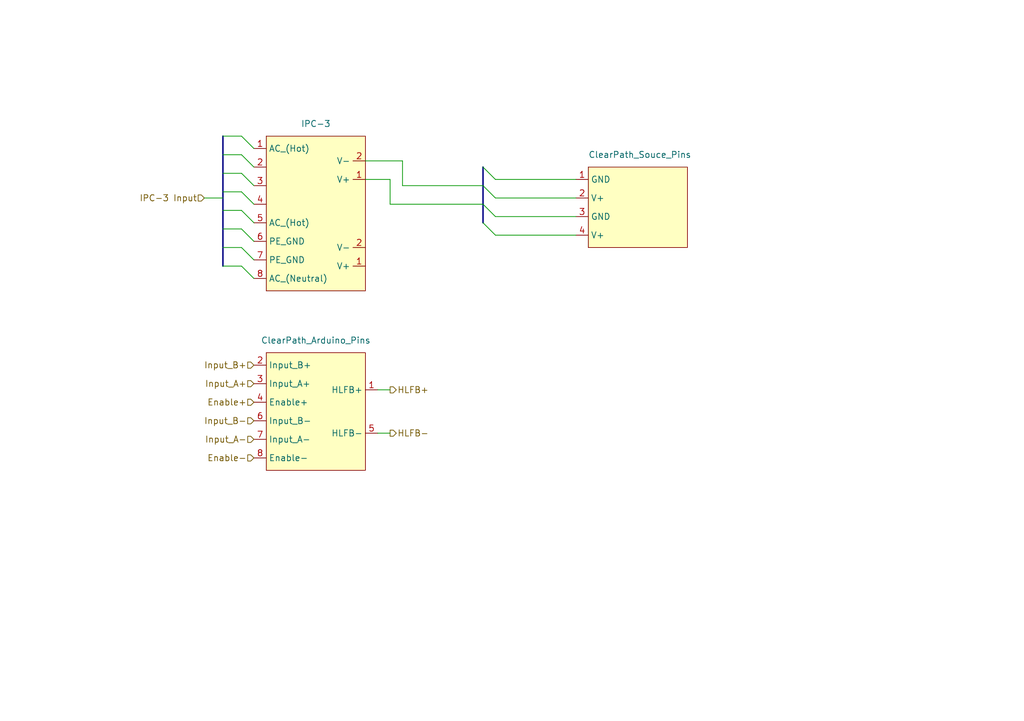
<source format=kicad_sch>
(kicad_sch (version 20211123) (generator eeschema)
  (paper "A5")
  (title_block (title "CLearPath stepper motor with IPC-3 supply.") (date "2022-12-19") (comment 1 "jumper for 190-250VAC power") (comment 2 "- Install the jumper between pins 2-3 on IPC-3 for 95-125VAC power. Remove the ") (comment 3 "- IPC-3 will output between 24-75VDC") (comment 4 "- Choose between pins 6 and 7 for protective earth ground on IPC-3"))
  (lib_symbols
    (symbol "symbolLibrary:ClearPath_Arduino_Pins"
      (property "Reference" "M" (at 3.81 -1.27 0))
      (property "Value" "ClearPath_Arduino_Pins" (at 3.81 2.54 0))
      (symbol "ClearPath_Arduino_Pins_0_1"
        (rectangle (start -6.35 -1.27) (end 13.97 -25.4) (fill (type background)))
      )
      (symbol "ClearPath_Arduino_Pins_1_1"
        (pin output line (at 16.51 -8.89 180) (length 2.54) (name "HLFB+") (number "1"))
        (pin input line (at -8.89 -3.81 0) (length 2.54) (name "Input_B+") (number "2"))
        (pin input line (at -8.89 -7.62 0) (length 2.54) (name "Input_A+") (number "3"))
        (pin input line (at -8.89 -11.43 0) (length 2.54) (name "Enable+") (number "4"))
        (pin output line (at 16.51 -17.78 180) (length 2.54) (name "HLFB-") (number "5"))
        (pin input line (at -8.89 -15.24 0) (length 2.54) (name "Input_B-") (number "6"))
        (pin input line (at -8.89 -19.05 0) (length 2.54) (name "Input_A-") (number "7"))
        (pin input line (at -8.89 -22.86 0) (length 2.54) (name "Enable-") (number "8"))
      )
    )
    (symbol "symbolLibrary:ClearPath_Souce_Pins"
      (property "Reference" "M" (at 0 -5.08 0))
      (property "Value" "ClearPath_Souce_Pins" (at 0 -1.27 0))
      (symbol "ClearPath_Souce_Pins_0_1"
        (rectangle (start -10.16 -5.08) (end 10.16 -21.59) (fill (type background)))
      )
      (symbol "ClearPath_Souce_Pins_1_1"
        (pin input line (at -12.7 -7.62 0) (length 2.54) (name "GND") (number "1"))
        (pin input line (at -12.7 -11.43 0) (length 2.54) (name "V+") (number "2"))
        (pin input line (at -12.7 -15.24 0) (length 2.54) (name "GND") (number "3"))
        (pin input line (at -12.7 -19.05 0) (length 2.54) (name "V+") (number "4"))
      )
    )
    (symbol "symbolLibrary:IPC-3"
      (property "Value" "IPC-3" (at 0 0 0))
      (symbol "IPC-3_0_1"
        (rectangle (start -7.62 -2.54) (end 12.7 -34.29) (fill (type background)))
      )
      (symbol "IPC-3_1_1"
        (pin input line (at -10.16 -5.08 0) (length 2.54) (name "AC_(Hot)") (number "1"))
        (pin output line (at 12.7 -29.21 180) (length 2.54) (name "V+") (number "1"))
        (pin output line (at 12.7 -11.43 180) (length 2.54) (name "V+") (number "1"))
        (pin input line (at -10.16 -8.89 0) (length 2.54) (name "") (number "2"))
        (pin output line (at 12.7 -25.4 180) (length 2.54) (name "V-") (number "2"))
        (pin output line (at 12.7 -7.62 180) (length 2.54) (name "V-") (number "2"))
        (pin input line (at -10.16 -12.7 0) (length 2.54) (name "") (number "3"))
        (pin input line (at -10.16 -16.51 0) (length 2.54) (name "") (number "4"))
        (pin input line (at -10.16 -20.32 0) (length 2.54) (name "AC_(Hot)") (number "5"))
        (pin input line (at -10.16 -24.13 0) (length 2.54) (name "PE_GND") (number "6"))
        (pin input line (at -10.16 -27.94 0) (length 2.54) (name "PE_GND") (number "7"))
        (pin input line (at -10.16 -31.75 0) (length 2.54) (name "AC_(Neutral)") (number "8"))
      )
    )
  )
  (bus_entry (at 49.53 54.61) (size 2.54 2.54))
  (bus_entry (at 99.06 45.72) (size 2.54 2.54))
  (bus_entry (at 49.53 39.37) (size 2.54 2.54))
  (bus_entry (at 49.53 35.56) (size 2.54 2.54))
  (bus_entry (at 99.06 41.91) (size 2.54 2.54))
  (bus_entry (at 49.53 31.75) (size 2.54 2.54))
  (bus_entry (at 49.53 27.94) (size 2.54 2.54))
  (bus_entry (at 99.06 38.1) (size 2.54 2.54))
  (bus_entry (at 99.06 34.29) (size 2.54 2.54))
  (bus_entry (at 49.53 43.18) (size 2.54 2.54))
  (bus_entry (at 49.53 50.8) (size 2.54 2.54))
  (bus_entry (at 49.53 46.99) (size 2.54 2.54))
  (wire (pts (xy 45.72 43.18) (xy 49.53 43.18)))
  (wire (pts (xy 45.72 50.8) (xy 49.53 50.8)))
  (wire (pts (xy 80.01 41.91) (xy 99.06 41.91)))
  (wire (pts (xy 101.6 44.45) (xy 118.11 44.45)))
  (wire (pts (xy 82.55 38.1) (xy 99.06 38.1)))
  (bus (pts (xy 99.06 38.1) (xy 99.06 41.91)))
  (wire (pts (xy 45.72 35.56) (xy 49.53 35.56)))
  (wire (pts (xy 77.47 88.9) (xy 80.01 88.9)))
  (wire (pts (xy 74.93 33.02) (xy 82.55 33.02)))
  (wire (pts (xy 45.72 39.37) (xy 49.53 39.37)))
  (wire (pts (xy 41.91 40.64) (xy 45.72 40.64)))
  (wire (pts (xy 45.72 31.75) (xy 49.53 31.75)))
  (wire (pts (xy 77.47 80.01) (xy 80.01 80.01)))
  (bus (pts (xy 45.72 27.94) (xy 45.72 54.61)))
  (wire (pts (xy 45.72 27.94) (xy 49.53 27.94)))
  (bus (pts (xy 99.06 41.91) (xy 99.06 45.72)))
  (wire (pts (xy 80.01 36.83) (xy 80.01 41.91)))
  (wire (pts (xy 74.93 36.83) (xy 80.01 36.83)))
  (wire (pts (xy 45.72 54.61) (xy 49.53 54.61)))
  (wire (pts (xy 45.72 46.99) (xy 49.53 46.99)))
  (bus (pts (xy 99.06 34.29) (xy 99.06 38.1)))
  (wire (pts (xy 101.6 40.64) (xy 118.11 40.64)))
  (wire (pts (xy 101.6 36.83) (xy 118.11 36.83)))
  (wire (pts (xy 82.55 33.02) (xy 82.55 38.1)))
  (wire (pts (xy 101.6 48.26) (xy 118.11 48.26)))
  (hierarchical_label "Input_A-" (shape input) (at 52.07 90.17 180))
  (hierarchical_label "Enable-" (shape input) (at 52.07 93.98 180))
  (hierarchical_label "IPC-3 Input" (shape input) (at 41.91 40.64 180))
  (hierarchical_label "Enable+" (shape input) (at 52.07 82.55 180))
  (hierarchical_label "Input_B+" (shape input) (at 52.07 74.93 180))
  (hierarchical_label "HLFB-" (shape output) (at 80.01 88.9 0))
  (hierarchical_label "HLFB+" (shape output) (at 80.01 80.01 0))
  (hierarchical_label "Input_B-" (shape input) (at 52.07 86.36 180))
  (hierarchical_label "Input_A+" (shape input) (at 52.07 78.74 180))
  (symbol (lib_id "symbolLibrary:ClearPath_Souce_Pins") (at 130.81 29.21 0) (unit 1)
    (property "Reference" "M?" (effects hide))
    (property "Value" "ClearPath_Souce_Pins" (at 120.65 31.75 0) (effects (justify left)))
  )
  (symbol (lib_id "symbolLibrary:ClearPath_Arduino_Pins") (at 60.96 71.12 0) (unit 1)
    (property "Reference" "M?" (effects hide))
    (property "Value" "ClearPath_Arduino_Pins" (at 64.77 69.85 0))
  )
  (symbol (lib_id "symbolLibrary:IPC-3") (at 62.23 25.4 0) (unit 1)
    (property "Reference" "U?" (effects hide))
    (property "Value" "IPC-3" (at 64.77 25.4 0))
  )
)
</source>
